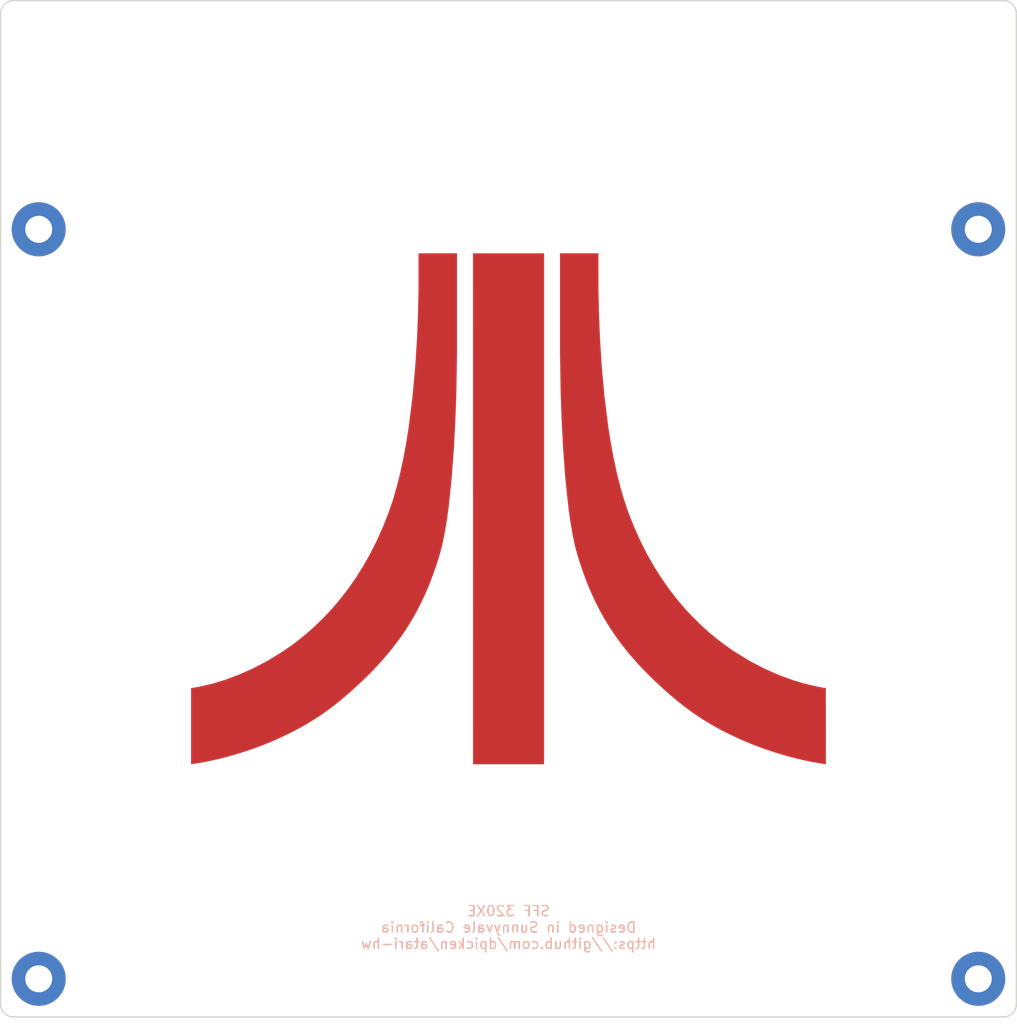
<source format=kicad_pcb>
(kicad_pcb (version 20221018) (generator pcbnew)
  (title_block (title "Atari SBC Case") (date "2023-09-08") (rev "1.1"))
  (layers (0 "F.Cu" signal) (31 "B.Cu" signal) (34 "B.Paste" user) (35 "F.Paste" user) (36 "B.SilkS" user "B.Silkscreen") (37 "F.SilkS" user "F.Silkscreen") (38 "B.Mask" user) (39 "F.Mask" user) (44 "Edge.Cuts" user))
  (net 0 "")
  (footprint "MountingHole:MountingHole_2.7mm_M2.5_Pad" (layer "F.Cu") (at 105.41 148.59)
    (fp_text reference "H2")
    (fp_text value "M2.5")
    (pad "1" thru_hole circle (at 0 0) (size 5.4 5.4) (drill 2.7) (layers "*.Cu" "*.Mask"))
  )
  (footprint "MountingHole:MountingHole_2.7mm_M2.5_Pad" (layer "F.Cu") (at 199.39 73.66)
    (fp_text reference "H4")
    (fp_text value "M2.5")
    (pad "1" thru_hole circle (at 0 0) (size 5.4 5.4) (drill 2.7) (layers "*.Cu" "*.Mask"))
  )
  (footprint "MountingHole:MountingHole_2.7mm_M2.5_Pad" (layer "F.Cu") (at 199.39 148.59)
    (fp_text reference "H3")
    (fp_text value "M2.5")
    (pad "1" thru_hole circle (at 0 0) (size 5.4 5.4) (drill 2.7) (layers "*.Cu" "*.Mask"))
  )
  (footprint "MountingHole:MountingHole_2.7mm_M2.5_Pad" (layer "F.Cu") (at 105.41 73.66)
    (fp_text reference "H1")
    (fp_text value "M2.5")
    (pad "1" thru_hole circle (at 0 0) (size 5.4 5.4) (drill 2.7) (layers "*.Cu" "*.Mask"))
  )
  (gr_poly (pts (xy 161.398476 79.668689) (xy 161.444511 81.904982) (xy 161.547472 84.497872) (xy 161.726086 87.348546) (xy 161.999082 90.358187) (xy 162.385188 93.427979) (xy 162.626509 94.954552) (xy 162.90313 96.459107) (xy 163.217392 97.929292) (xy 163.571637 99.352755) (xy 163.968204 100.717144) (xy 164.409436 102.010107) (xy 164.991688 103.477322) (xy 165.615635 104.860867) (xy 166.277329 106.163173) (xy 166.972825 107.386673) (xy 167.698175 108.5338) (xy 168.449434 109.606987) (xy 169.222655 110.608665) (xy 170.013891 111.541267) (xy 170.819196 112.407226) (xy 171.634623 113.208974) (xy 172.456226 113.948944) (xy 173.280059 114.629569) (xy 174.102175 115.25328) (xy 174.918627 115.82251) (xy 176.518756 116.807259) (xy 178.048873 117.603275) (xy 179.477408 118.230018) (xy 180.772788 118.706949) (xy 181.903441 119.053528) (xy 183.544282 119.433468) (xy 184.147357 119.525519) (xy 184.149998 127.140226) (xy 183.778734 127.089382) (xy 182.744565 126.909584) (xy 182.016214 126.758548) (xy 181.166925 126.559937) (xy 180.211627 126.308639) (xy 179.165249 125.999542) (xy 178.042721 125.627534) (xy 176.858972 125.187504) (xy 175.62893 124.674338) (xy 174.367527 124.082925) (xy 173.729729 123.756278) (xy 173.08969 123.408152) (xy 172.449274 123.037909) (xy 171.810349 122.644908) (xy 171.17478 122.228512) (xy 170.544434 121.788081) (xy 169.921176 121.322976) (xy 169.306873 120.832558) (xy 168.190639 119.883091) (xy 167.162442 118.948344) (xy 166.217488 118.026417) (xy 165.350982 117.115413) (xy 164.558131 116.213431) (xy 163.83414 115.318573) (xy 163.174214 114.428939) (xy 162.57356 113.54263) (xy 162.027384 112.657748) (xy 161.53089 111.772393) (xy 161.079285 110.884665) (xy 160.667774 109.992667) (xy 160.291564 109.094498) (xy 159.945859 108.18826) (xy 159.625866 107.272054) (xy 159.32679 106.34398) (xy 159.052653 105.33048) (xy 158.807634 104.175337) (xy 158.590155 102.901179) (xy 158.39864 101.530631) (xy 158.087191 98.590872) (xy 157.860668 95.537074) (xy 157.706449 92.550249) (xy 157.611917 89.811408) (xy 157.551435 85.801731) (xy 157.551435 76.057127) (xy 161.39583 76.057127)) (fill solid) (layer "F.Cu"))
  (gr_poly (pts (xy 155.956002 127.142873) (xy 148.854586 127.142873) (xy 148.851942 76.06242) (xy 155.956002 76.06242)) (fill solid) (layer "F.Cu"))
  (gr_poly (pts (xy 147.248565 85.801731) (xy 147.188455 89.811408) (xy 147.094248 92.550249) (xy 146.940325 95.537074) (xy 146.713972 98.590872) (xy 146.402477 101.530631) (xy 146.210829 102.901179) (xy 145.993128 104.175337) (xy 145.747785 105.33048) (xy 145.473212 106.34398) (xy 145.174108 107.272054) (xy 144.854045 108.18826) (xy 144.508247 109.094498) (xy 144.131939 109.992667) (xy 143.720347 110.884665) (xy 143.268695 111.772393) (xy 142.772208 112.657748) (xy 142.226113 113.54263) (xy 141.625633 114.428939) (xy 140.965993 115.318573) (xy 140.24242 116.213431) (xy 139.450137 117.115413) (xy 138.584371 118.026417) (xy 137.640346 118.948344) (xy 136.613287 119.883091) (xy 135.49842 120.832558) (xy 134.883637 121.322976) (xy 134.259928 121.788081) (xy 133.62916 122.228512) (xy 132.993198 122.644908) (xy 132.353907 123.037909) (xy 131.713151 123.408152) (xy 131.072797 123.756278) (xy 130.434709 124.082925) (xy 129.172792 124.674338) (xy 127.942323 125.187504) (xy 126.758224 125.627534) (xy 125.635415 125.999542) (xy 124.588819 126.308639) (xy 123.633357 126.559937) (xy 122.78395 126.758548) (xy 122.05552 126.909584) (xy 121.021278 127.089382) (xy 120.650004 127.140226) (xy 120.650003 119.525519) (xy 121.253201 119.433468) (xy 122.894413 119.053528) (xy 124.025345 118.706949) (xy 125.321066 118.230018) (xy 126.750003 117.603275) (xy 128.280585 116.807259) (xy 129.88124 115.82251) (xy 130.697979 115.25328) (xy 131.520397 114.629569) (xy 132.344548 113.948944) (xy 133.166484 113.208974) (xy 133.98226 112.407226) (xy 134.787929 111.541267) (xy 135.579545 110.608665) (xy 136.35316 109.606987) (xy 137.10483 108.5338) (xy 137.830606 107.386673) (xy 138.526544 106.163173) (xy 139.188695 104.860867) (xy 139.813115 103.477322) (xy 140.395856 102.010107) (xy 140.836562 100.717144) (xy 141.232554 99.352755) (xy 141.586184 97.929292) (xy 141.899805 96.459107) (xy 142.17577 94.954552) (xy 142.41643 93.427979) (xy 142.801249 90.358187) (xy 143.073083 87.348546) (xy 143.250752 84.497872) (xy 143.353076 81.904982) (xy 143.398877 79.668689) (xy 143.398877 76.057127) (xy 147.248565 76.057127)) (fill solid) (layer "F.Cu"))
  (gr_arc (start 201.93 50.8) (mid 202.828026 51.171974) (end 203.2 52.07) (stroke (width 0.127)) (layer "Edge.Cuts"))
  (gr_line (start 101.6 151.13) (end 101.6 52.07) (stroke (width 0.127)) (layer "Edge.Cuts"))
  (gr_arc (start 101.6 52.07) (mid 101.971974 51.171974) (end 102.87 50.8) (stroke (width 0.127)) (layer "Edge.Cuts"))
  (gr_line (start 201.93 152.4) (end 102.87 152.4) (stroke (width 0.127)) (layer "Edge.Cuts"))
  (gr_arc (start 102.87 152.4) (mid 101.971974 152.028026) (end 101.6 151.13) (stroke (width 0.127)) (layer "Edge.Cuts"))
  (gr_line (start 102.87 50.8) (end 201.93 50.8) (stroke (width 0.127)) (layer "Edge.Cuts"))
  (gr_line (start 203.2 52.07) (end 203.2 151.13) (stroke (width 0.127)) (layer "Edge.Cuts"))
  (gr_arc (start 203.2 151.13) (mid 202.828026 152.028026) (end 201.93 152.4) (stroke (width 0.127)) (layer "Edge.Cuts"))
  (gr_text "SFF 320XE\nDesigned in Sunnyvale California\nhttps://github.com/dpicken/atari-hw\n\n" (at 152.4 147.32) (layer "B.SilkS") (effects (font (size 1.016 1.016) (thickness 0.1524)) (justify bottom mirror)))
)
</source>
